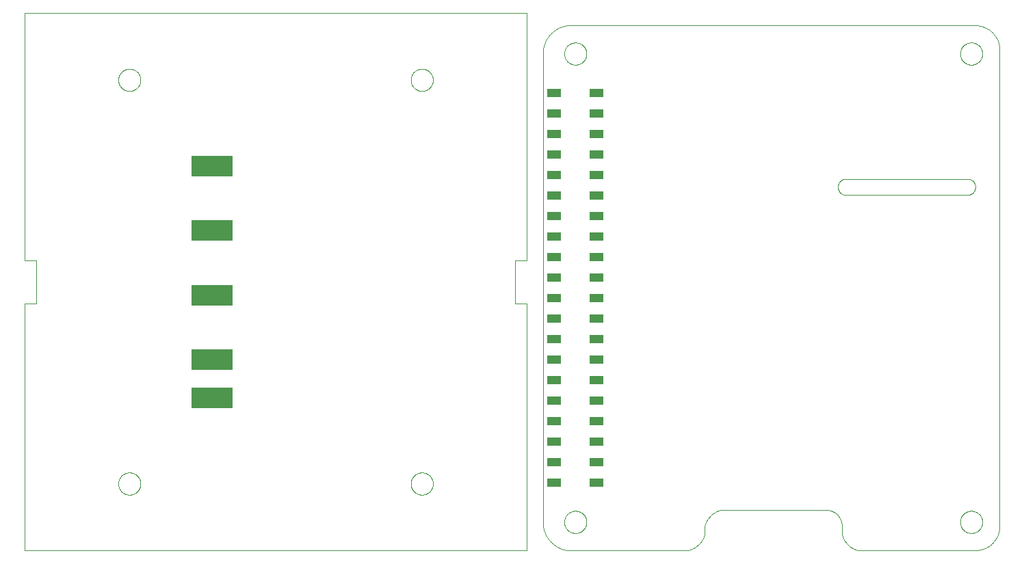
<source format=gbp>
G75*
%MOIN*%
%OFA0B0*%
%FSLAX25Y25*%
%IPPOS*%
%LPD*%
%AMOC8*
5,1,8,0,0,1.08239X$1,22.5*
%
%ADD10C,0.00000*%
%ADD11R,0.20000X0.10000*%
%ADD12R,0.07087X0.03937*%
D10*
X0001000Y0033905D02*
X0245882Y0033905D01*
X0245882Y0154378D01*
X0239976Y0154378D01*
X0239976Y0175244D01*
X0245882Y0175244D01*
X0245882Y0295716D01*
X0001000Y0295716D01*
X0001000Y0175244D01*
X0006906Y0175244D01*
X0006906Y0154378D01*
X0001000Y0154378D01*
X0001000Y0033905D01*
X0046768Y0066386D02*
X0046770Y0066533D01*
X0046776Y0066679D01*
X0046786Y0066825D01*
X0046800Y0066971D01*
X0046818Y0067117D01*
X0046839Y0067262D01*
X0046865Y0067406D01*
X0046895Y0067550D01*
X0046928Y0067692D01*
X0046965Y0067834D01*
X0047006Y0067975D01*
X0047051Y0068114D01*
X0047100Y0068253D01*
X0047152Y0068390D01*
X0047209Y0068525D01*
X0047268Y0068659D01*
X0047332Y0068791D01*
X0047399Y0068921D01*
X0047469Y0069050D01*
X0047543Y0069177D01*
X0047620Y0069301D01*
X0047701Y0069424D01*
X0047785Y0069544D01*
X0047872Y0069662D01*
X0047962Y0069777D01*
X0048055Y0069890D01*
X0048152Y0070001D01*
X0048251Y0070109D01*
X0048353Y0070214D01*
X0048458Y0070316D01*
X0048566Y0070415D01*
X0048677Y0070512D01*
X0048790Y0070605D01*
X0048905Y0070695D01*
X0049023Y0070782D01*
X0049143Y0070866D01*
X0049266Y0070947D01*
X0049390Y0071024D01*
X0049517Y0071098D01*
X0049646Y0071168D01*
X0049776Y0071235D01*
X0049908Y0071299D01*
X0050042Y0071358D01*
X0050177Y0071415D01*
X0050314Y0071467D01*
X0050453Y0071516D01*
X0050592Y0071561D01*
X0050733Y0071602D01*
X0050875Y0071639D01*
X0051017Y0071672D01*
X0051161Y0071702D01*
X0051305Y0071728D01*
X0051450Y0071749D01*
X0051596Y0071767D01*
X0051742Y0071781D01*
X0051888Y0071791D01*
X0052034Y0071797D01*
X0052181Y0071799D01*
X0052328Y0071797D01*
X0052474Y0071791D01*
X0052620Y0071781D01*
X0052766Y0071767D01*
X0052912Y0071749D01*
X0053057Y0071728D01*
X0053201Y0071702D01*
X0053345Y0071672D01*
X0053487Y0071639D01*
X0053629Y0071602D01*
X0053770Y0071561D01*
X0053909Y0071516D01*
X0054048Y0071467D01*
X0054185Y0071415D01*
X0054320Y0071358D01*
X0054454Y0071299D01*
X0054586Y0071235D01*
X0054716Y0071168D01*
X0054845Y0071098D01*
X0054972Y0071024D01*
X0055096Y0070947D01*
X0055219Y0070866D01*
X0055339Y0070782D01*
X0055457Y0070695D01*
X0055572Y0070605D01*
X0055685Y0070512D01*
X0055796Y0070415D01*
X0055904Y0070316D01*
X0056009Y0070214D01*
X0056111Y0070109D01*
X0056210Y0070001D01*
X0056307Y0069890D01*
X0056400Y0069777D01*
X0056490Y0069662D01*
X0056577Y0069544D01*
X0056661Y0069424D01*
X0056742Y0069301D01*
X0056819Y0069177D01*
X0056893Y0069050D01*
X0056963Y0068921D01*
X0057030Y0068791D01*
X0057094Y0068659D01*
X0057153Y0068525D01*
X0057210Y0068390D01*
X0057262Y0068253D01*
X0057311Y0068114D01*
X0057356Y0067975D01*
X0057397Y0067834D01*
X0057434Y0067692D01*
X0057467Y0067550D01*
X0057497Y0067406D01*
X0057523Y0067262D01*
X0057544Y0067117D01*
X0057562Y0066971D01*
X0057576Y0066825D01*
X0057586Y0066679D01*
X0057592Y0066533D01*
X0057594Y0066386D01*
X0057592Y0066239D01*
X0057586Y0066093D01*
X0057576Y0065947D01*
X0057562Y0065801D01*
X0057544Y0065655D01*
X0057523Y0065510D01*
X0057497Y0065366D01*
X0057467Y0065222D01*
X0057434Y0065080D01*
X0057397Y0064938D01*
X0057356Y0064797D01*
X0057311Y0064658D01*
X0057262Y0064519D01*
X0057210Y0064382D01*
X0057153Y0064247D01*
X0057094Y0064113D01*
X0057030Y0063981D01*
X0056963Y0063851D01*
X0056893Y0063722D01*
X0056819Y0063595D01*
X0056742Y0063471D01*
X0056661Y0063348D01*
X0056577Y0063228D01*
X0056490Y0063110D01*
X0056400Y0062995D01*
X0056307Y0062882D01*
X0056210Y0062771D01*
X0056111Y0062663D01*
X0056009Y0062558D01*
X0055904Y0062456D01*
X0055796Y0062357D01*
X0055685Y0062260D01*
X0055572Y0062167D01*
X0055457Y0062077D01*
X0055339Y0061990D01*
X0055219Y0061906D01*
X0055096Y0061825D01*
X0054972Y0061748D01*
X0054845Y0061674D01*
X0054716Y0061604D01*
X0054586Y0061537D01*
X0054454Y0061473D01*
X0054320Y0061414D01*
X0054185Y0061357D01*
X0054048Y0061305D01*
X0053909Y0061256D01*
X0053770Y0061211D01*
X0053629Y0061170D01*
X0053487Y0061133D01*
X0053345Y0061100D01*
X0053201Y0061070D01*
X0053057Y0061044D01*
X0052912Y0061023D01*
X0052766Y0061005D01*
X0052620Y0060991D01*
X0052474Y0060981D01*
X0052328Y0060975D01*
X0052181Y0060973D01*
X0052034Y0060975D01*
X0051888Y0060981D01*
X0051742Y0060991D01*
X0051596Y0061005D01*
X0051450Y0061023D01*
X0051305Y0061044D01*
X0051161Y0061070D01*
X0051017Y0061100D01*
X0050875Y0061133D01*
X0050733Y0061170D01*
X0050592Y0061211D01*
X0050453Y0061256D01*
X0050314Y0061305D01*
X0050177Y0061357D01*
X0050042Y0061414D01*
X0049908Y0061473D01*
X0049776Y0061537D01*
X0049646Y0061604D01*
X0049517Y0061674D01*
X0049390Y0061748D01*
X0049266Y0061825D01*
X0049143Y0061906D01*
X0049023Y0061990D01*
X0048905Y0062077D01*
X0048790Y0062167D01*
X0048677Y0062260D01*
X0048566Y0062357D01*
X0048458Y0062456D01*
X0048353Y0062558D01*
X0048251Y0062663D01*
X0048152Y0062771D01*
X0048055Y0062882D01*
X0047962Y0062995D01*
X0047872Y0063110D01*
X0047785Y0063228D01*
X0047701Y0063348D01*
X0047620Y0063471D01*
X0047543Y0063595D01*
X0047469Y0063722D01*
X0047399Y0063851D01*
X0047332Y0063981D01*
X0047268Y0064113D01*
X0047209Y0064247D01*
X0047152Y0064382D01*
X0047100Y0064519D01*
X0047051Y0064658D01*
X0047006Y0064797D01*
X0046965Y0064938D01*
X0046928Y0065080D01*
X0046895Y0065222D01*
X0046865Y0065366D01*
X0046839Y0065510D01*
X0046818Y0065655D01*
X0046800Y0065801D01*
X0046786Y0065947D01*
X0046776Y0066093D01*
X0046770Y0066239D01*
X0046768Y0066386D01*
X0189288Y0066386D02*
X0189290Y0066533D01*
X0189296Y0066679D01*
X0189306Y0066825D01*
X0189320Y0066971D01*
X0189338Y0067117D01*
X0189359Y0067262D01*
X0189385Y0067406D01*
X0189415Y0067550D01*
X0189448Y0067692D01*
X0189485Y0067834D01*
X0189526Y0067975D01*
X0189571Y0068114D01*
X0189620Y0068253D01*
X0189672Y0068390D01*
X0189729Y0068525D01*
X0189788Y0068659D01*
X0189852Y0068791D01*
X0189919Y0068921D01*
X0189989Y0069050D01*
X0190063Y0069177D01*
X0190140Y0069301D01*
X0190221Y0069424D01*
X0190305Y0069544D01*
X0190392Y0069662D01*
X0190482Y0069777D01*
X0190575Y0069890D01*
X0190672Y0070001D01*
X0190771Y0070109D01*
X0190873Y0070214D01*
X0190978Y0070316D01*
X0191086Y0070415D01*
X0191197Y0070512D01*
X0191310Y0070605D01*
X0191425Y0070695D01*
X0191543Y0070782D01*
X0191663Y0070866D01*
X0191786Y0070947D01*
X0191910Y0071024D01*
X0192037Y0071098D01*
X0192166Y0071168D01*
X0192296Y0071235D01*
X0192428Y0071299D01*
X0192562Y0071358D01*
X0192697Y0071415D01*
X0192834Y0071467D01*
X0192973Y0071516D01*
X0193112Y0071561D01*
X0193253Y0071602D01*
X0193395Y0071639D01*
X0193537Y0071672D01*
X0193681Y0071702D01*
X0193825Y0071728D01*
X0193970Y0071749D01*
X0194116Y0071767D01*
X0194262Y0071781D01*
X0194408Y0071791D01*
X0194554Y0071797D01*
X0194701Y0071799D01*
X0194848Y0071797D01*
X0194994Y0071791D01*
X0195140Y0071781D01*
X0195286Y0071767D01*
X0195432Y0071749D01*
X0195577Y0071728D01*
X0195721Y0071702D01*
X0195865Y0071672D01*
X0196007Y0071639D01*
X0196149Y0071602D01*
X0196290Y0071561D01*
X0196429Y0071516D01*
X0196568Y0071467D01*
X0196705Y0071415D01*
X0196840Y0071358D01*
X0196974Y0071299D01*
X0197106Y0071235D01*
X0197236Y0071168D01*
X0197365Y0071098D01*
X0197492Y0071024D01*
X0197616Y0070947D01*
X0197739Y0070866D01*
X0197859Y0070782D01*
X0197977Y0070695D01*
X0198092Y0070605D01*
X0198205Y0070512D01*
X0198316Y0070415D01*
X0198424Y0070316D01*
X0198529Y0070214D01*
X0198631Y0070109D01*
X0198730Y0070001D01*
X0198827Y0069890D01*
X0198920Y0069777D01*
X0199010Y0069662D01*
X0199097Y0069544D01*
X0199181Y0069424D01*
X0199262Y0069301D01*
X0199339Y0069177D01*
X0199413Y0069050D01*
X0199483Y0068921D01*
X0199550Y0068791D01*
X0199614Y0068659D01*
X0199673Y0068525D01*
X0199730Y0068390D01*
X0199782Y0068253D01*
X0199831Y0068114D01*
X0199876Y0067975D01*
X0199917Y0067834D01*
X0199954Y0067692D01*
X0199987Y0067550D01*
X0200017Y0067406D01*
X0200043Y0067262D01*
X0200064Y0067117D01*
X0200082Y0066971D01*
X0200096Y0066825D01*
X0200106Y0066679D01*
X0200112Y0066533D01*
X0200114Y0066386D01*
X0200112Y0066239D01*
X0200106Y0066093D01*
X0200096Y0065947D01*
X0200082Y0065801D01*
X0200064Y0065655D01*
X0200043Y0065510D01*
X0200017Y0065366D01*
X0199987Y0065222D01*
X0199954Y0065080D01*
X0199917Y0064938D01*
X0199876Y0064797D01*
X0199831Y0064658D01*
X0199782Y0064519D01*
X0199730Y0064382D01*
X0199673Y0064247D01*
X0199614Y0064113D01*
X0199550Y0063981D01*
X0199483Y0063851D01*
X0199413Y0063722D01*
X0199339Y0063595D01*
X0199262Y0063471D01*
X0199181Y0063348D01*
X0199097Y0063228D01*
X0199010Y0063110D01*
X0198920Y0062995D01*
X0198827Y0062882D01*
X0198730Y0062771D01*
X0198631Y0062663D01*
X0198529Y0062558D01*
X0198424Y0062456D01*
X0198316Y0062357D01*
X0198205Y0062260D01*
X0198092Y0062167D01*
X0197977Y0062077D01*
X0197859Y0061990D01*
X0197739Y0061906D01*
X0197616Y0061825D01*
X0197492Y0061748D01*
X0197365Y0061674D01*
X0197236Y0061604D01*
X0197106Y0061537D01*
X0196974Y0061473D01*
X0196840Y0061414D01*
X0196705Y0061357D01*
X0196568Y0061305D01*
X0196429Y0061256D01*
X0196290Y0061211D01*
X0196149Y0061170D01*
X0196007Y0061133D01*
X0195865Y0061100D01*
X0195721Y0061070D01*
X0195577Y0061044D01*
X0195432Y0061023D01*
X0195286Y0061005D01*
X0195140Y0060991D01*
X0194994Y0060981D01*
X0194848Y0060975D01*
X0194701Y0060973D01*
X0194554Y0060975D01*
X0194408Y0060981D01*
X0194262Y0060991D01*
X0194116Y0061005D01*
X0193970Y0061023D01*
X0193825Y0061044D01*
X0193681Y0061070D01*
X0193537Y0061100D01*
X0193395Y0061133D01*
X0193253Y0061170D01*
X0193112Y0061211D01*
X0192973Y0061256D01*
X0192834Y0061305D01*
X0192697Y0061357D01*
X0192562Y0061414D01*
X0192428Y0061473D01*
X0192296Y0061537D01*
X0192166Y0061604D01*
X0192037Y0061674D01*
X0191910Y0061748D01*
X0191786Y0061825D01*
X0191663Y0061906D01*
X0191543Y0061990D01*
X0191425Y0062077D01*
X0191310Y0062167D01*
X0191197Y0062260D01*
X0191086Y0062357D01*
X0190978Y0062456D01*
X0190873Y0062558D01*
X0190771Y0062663D01*
X0190672Y0062771D01*
X0190575Y0062882D01*
X0190482Y0062995D01*
X0190392Y0063110D01*
X0190305Y0063228D01*
X0190221Y0063348D01*
X0190140Y0063471D01*
X0190063Y0063595D01*
X0189989Y0063722D01*
X0189919Y0063851D01*
X0189852Y0063981D01*
X0189788Y0064113D01*
X0189729Y0064247D01*
X0189672Y0064382D01*
X0189620Y0064519D01*
X0189571Y0064658D01*
X0189526Y0064797D01*
X0189485Y0064938D01*
X0189448Y0065080D01*
X0189415Y0065222D01*
X0189385Y0065366D01*
X0189359Y0065510D01*
X0189338Y0065655D01*
X0189320Y0065801D01*
X0189306Y0065947D01*
X0189296Y0066093D01*
X0189290Y0066239D01*
X0189288Y0066386D01*
X0253756Y0045716D02*
X0253756Y0278000D01*
X0253756Y0277999D02*
X0253808Y0278337D01*
X0253869Y0278673D01*
X0253938Y0279008D01*
X0254015Y0279341D01*
X0254100Y0279671D01*
X0254194Y0280000D01*
X0254295Y0280326D01*
X0254405Y0280650D01*
X0254522Y0280971D01*
X0254647Y0281289D01*
X0254780Y0281603D01*
X0254921Y0281915D01*
X0255069Y0282222D01*
X0255225Y0282526D01*
X0255388Y0282827D01*
X0255558Y0283123D01*
X0255736Y0283414D01*
X0255920Y0283702D01*
X0256112Y0283985D01*
X0256311Y0284262D01*
X0256516Y0284535D01*
X0256728Y0284803D01*
X0256947Y0285066D01*
X0257172Y0285323D01*
X0257403Y0285574D01*
X0257640Y0285820D01*
X0257883Y0286060D01*
X0258132Y0286294D01*
X0258387Y0286522D01*
X0258647Y0286743D01*
X0258913Y0286958D01*
X0259184Y0287166D01*
X0259459Y0287368D01*
X0259740Y0287563D01*
X0260025Y0287750D01*
X0260315Y0287931D01*
X0260609Y0288105D01*
X0260908Y0288271D01*
X0261210Y0288430D01*
X0261516Y0288582D01*
X0261826Y0288725D01*
X0262140Y0288862D01*
X0262456Y0288990D01*
X0262776Y0289111D01*
X0263098Y0289224D01*
X0263423Y0289329D01*
X0263751Y0289426D01*
X0264081Y0289515D01*
X0264413Y0289595D01*
X0264746Y0289668D01*
X0265082Y0289732D01*
X0265419Y0289788D01*
X0265757Y0289836D01*
X0266096Y0289875D01*
X0266437Y0289907D01*
X0266777Y0289929D01*
X0267119Y0289944D01*
X0267460Y0289950D01*
X0267802Y0289947D01*
X0268143Y0289937D01*
X0268484Y0289918D01*
X0268825Y0289890D01*
X0269165Y0289854D01*
X0269503Y0289810D01*
X0269504Y0289811D02*
X0464386Y0289811D01*
X0464671Y0289808D01*
X0464957Y0289797D01*
X0465242Y0289780D01*
X0465526Y0289756D01*
X0465810Y0289725D01*
X0466093Y0289687D01*
X0466374Y0289642D01*
X0466655Y0289591D01*
X0466935Y0289533D01*
X0467213Y0289468D01*
X0467489Y0289396D01*
X0467763Y0289318D01*
X0468036Y0289233D01*
X0468306Y0289141D01*
X0468574Y0289043D01*
X0468840Y0288939D01*
X0469103Y0288828D01*
X0469363Y0288711D01*
X0469621Y0288588D01*
X0469875Y0288458D01*
X0470126Y0288322D01*
X0470374Y0288181D01*
X0470618Y0288033D01*
X0470859Y0287880D01*
X0471095Y0287720D01*
X0471328Y0287555D01*
X0471557Y0287385D01*
X0471782Y0287209D01*
X0472002Y0287027D01*
X0472218Y0286841D01*
X0472429Y0286649D01*
X0472636Y0286452D01*
X0472838Y0286250D01*
X0473035Y0286043D01*
X0473227Y0285832D01*
X0473413Y0285616D01*
X0473595Y0285396D01*
X0473771Y0285171D01*
X0473941Y0284942D01*
X0474106Y0284709D01*
X0474266Y0284473D01*
X0474419Y0284232D01*
X0474567Y0283988D01*
X0474708Y0283740D01*
X0474844Y0283489D01*
X0474974Y0283235D01*
X0475097Y0282977D01*
X0475214Y0282717D01*
X0475325Y0282454D01*
X0475429Y0282188D01*
X0475527Y0281920D01*
X0475619Y0281650D01*
X0475704Y0281377D01*
X0475782Y0281103D01*
X0475854Y0280827D01*
X0475919Y0280549D01*
X0475977Y0280269D01*
X0476028Y0279988D01*
X0476073Y0279707D01*
X0476111Y0279424D01*
X0476142Y0279140D01*
X0476166Y0278856D01*
X0476183Y0278571D01*
X0476194Y0278285D01*
X0476197Y0278000D01*
X0476197Y0045716D01*
X0476194Y0045431D01*
X0476183Y0045145D01*
X0476166Y0044860D01*
X0476142Y0044576D01*
X0476111Y0044292D01*
X0476073Y0044009D01*
X0476028Y0043728D01*
X0475977Y0043447D01*
X0475919Y0043167D01*
X0475854Y0042889D01*
X0475782Y0042613D01*
X0475704Y0042339D01*
X0475619Y0042066D01*
X0475527Y0041796D01*
X0475429Y0041528D01*
X0475325Y0041262D01*
X0475214Y0040999D01*
X0475097Y0040739D01*
X0474974Y0040481D01*
X0474844Y0040227D01*
X0474708Y0039976D01*
X0474567Y0039728D01*
X0474419Y0039484D01*
X0474266Y0039243D01*
X0474106Y0039007D01*
X0473941Y0038774D01*
X0473771Y0038545D01*
X0473595Y0038320D01*
X0473413Y0038100D01*
X0473227Y0037884D01*
X0473035Y0037673D01*
X0472838Y0037466D01*
X0472636Y0037264D01*
X0472429Y0037067D01*
X0472218Y0036875D01*
X0472002Y0036689D01*
X0471782Y0036507D01*
X0471557Y0036331D01*
X0471328Y0036161D01*
X0471095Y0035996D01*
X0470859Y0035836D01*
X0470618Y0035683D01*
X0470374Y0035535D01*
X0470126Y0035394D01*
X0469875Y0035258D01*
X0469621Y0035128D01*
X0469363Y0035005D01*
X0469103Y0034888D01*
X0468840Y0034777D01*
X0468574Y0034673D01*
X0468306Y0034575D01*
X0468036Y0034483D01*
X0467763Y0034398D01*
X0467489Y0034320D01*
X0467213Y0034248D01*
X0466935Y0034183D01*
X0466655Y0034125D01*
X0466374Y0034074D01*
X0466093Y0034029D01*
X0465810Y0033991D01*
X0465526Y0033960D01*
X0465242Y0033936D01*
X0464957Y0033919D01*
X0464671Y0033908D01*
X0464386Y0033905D01*
X0407299Y0033905D01*
X0407056Y0033962D01*
X0406814Y0034025D01*
X0406573Y0034094D01*
X0406335Y0034169D01*
X0406098Y0034250D01*
X0405863Y0034336D01*
X0405631Y0034428D01*
X0405400Y0034525D01*
X0405172Y0034628D01*
X0404947Y0034736D01*
X0404724Y0034850D01*
X0404504Y0034969D01*
X0404287Y0035093D01*
X0404073Y0035223D01*
X0403863Y0035358D01*
X0403655Y0035497D01*
X0403451Y0035642D01*
X0403251Y0035791D01*
X0403054Y0035946D01*
X0402861Y0036105D01*
X0402672Y0036268D01*
X0402487Y0036436D01*
X0402306Y0036609D01*
X0402129Y0036786D01*
X0401956Y0036967D01*
X0401788Y0037152D01*
X0401625Y0037341D01*
X0401466Y0037534D01*
X0401311Y0037731D01*
X0401162Y0037931D01*
X0401017Y0038135D01*
X0400878Y0038343D01*
X0400743Y0038553D01*
X0400613Y0038767D01*
X0400489Y0038984D01*
X0400370Y0039204D01*
X0400256Y0039427D01*
X0400148Y0039652D01*
X0400045Y0039880D01*
X0399948Y0040111D01*
X0399856Y0040343D01*
X0399770Y0040578D01*
X0399689Y0040815D01*
X0399614Y0041053D01*
X0399545Y0041294D01*
X0399482Y0041536D01*
X0399425Y0041779D01*
X0399425Y0045716D01*
X0399423Y0045906D01*
X0399416Y0046096D01*
X0399404Y0046286D01*
X0399388Y0046476D01*
X0399368Y0046665D01*
X0399342Y0046854D01*
X0399313Y0047042D01*
X0399278Y0047229D01*
X0399239Y0047415D01*
X0399196Y0047600D01*
X0399148Y0047785D01*
X0399096Y0047968D01*
X0399040Y0048149D01*
X0398979Y0048329D01*
X0398913Y0048508D01*
X0398844Y0048685D01*
X0398770Y0048861D01*
X0398692Y0049034D01*
X0398609Y0049206D01*
X0398523Y0049375D01*
X0398433Y0049543D01*
X0398338Y0049708D01*
X0398240Y0049871D01*
X0398137Y0050031D01*
X0398031Y0050189D01*
X0397921Y0050344D01*
X0397808Y0050497D01*
X0397690Y0050647D01*
X0397569Y0050793D01*
X0397445Y0050937D01*
X0397317Y0051078D01*
X0397186Y0051216D01*
X0397051Y0051351D01*
X0396913Y0051482D01*
X0396772Y0051610D01*
X0396628Y0051734D01*
X0396482Y0051855D01*
X0396332Y0051973D01*
X0396179Y0052086D01*
X0396024Y0052196D01*
X0395866Y0052302D01*
X0395706Y0052405D01*
X0395543Y0052503D01*
X0395378Y0052598D01*
X0395210Y0052688D01*
X0395041Y0052774D01*
X0394869Y0052857D01*
X0394696Y0052935D01*
X0394520Y0053009D01*
X0394343Y0053078D01*
X0394164Y0053144D01*
X0393984Y0053205D01*
X0393803Y0053261D01*
X0393620Y0053313D01*
X0393435Y0053361D01*
X0393250Y0053404D01*
X0393064Y0053443D01*
X0392877Y0053478D01*
X0392689Y0053507D01*
X0392500Y0053533D01*
X0392311Y0053553D01*
X0392121Y0053569D01*
X0391931Y0053581D01*
X0391741Y0053588D01*
X0391551Y0053590D01*
X0340370Y0053590D01*
X0332496Y0045716D02*
X0332496Y0041779D01*
X0332496Y0045717D02*
X0332565Y0045973D01*
X0332641Y0046228D01*
X0332722Y0046480D01*
X0332810Y0046731D01*
X0332903Y0046979D01*
X0333003Y0047226D01*
X0333109Y0047469D01*
X0333220Y0047710D01*
X0333338Y0047948D01*
X0333461Y0048184D01*
X0333589Y0048416D01*
X0333724Y0048645D01*
X0333864Y0048870D01*
X0334009Y0049093D01*
X0334160Y0049311D01*
X0334316Y0049526D01*
X0334477Y0049737D01*
X0334643Y0049944D01*
X0334814Y0050147D01*
X0334990Y0050346D01*
X0335171Y0050541D01*
X0335356Y0050731D01*
X0335546Y0050916D01*
X0335741Y0051097D01*
X0335940Y0051273D01*
X0336143Y0051444D01*
X0336350Y0051610D01*
X0336561Y0051771D01*
X0336776Y0051927D01*
X0336994Y0052078D01*
X0337217Y0052223D01*
X0337442Y0052363D01*
X0337671Y0052498D01*
X0337903Y0052626D01*
X0338139Y0052749D01*
X0338377Y0052867D01*
X0338618Y0052978D01*
X0338861Y0053084D01*
X0339108Y0053184D01*
X0339356Y0053277D01*
X0339607Y0053365D01*
X0339859Y0053446D01*
X0340114Y0053522D01*
X0340370Y0053591D01*
X0332496Y0041779D02*
X0332427Y0041523D01*
X0332351Y0041268D01*
X0332270Y0041016D01*
X0332182Y0040765D01*
X0332089Y0040517D01*
X0331989Y0040270D01*
X0331883Y0040027D01*
X0331772Y0039786D01*
X0331654Y0039548D01*
X0331531Y0039312D01*
X0331403Y0039080D01*
X0331268Y0038851D01*
X0331128Y0038626D01*
X0330983Y0038403D01*
X0330832Y0038185D01*
X0330676Y0037970D01*
X0330515Y0037759D01*
X0330349Y0037552D01*
X0330178Y0037349D01*
X0330002Y0037150D01*
X0329821Y0036955D01*
X0329636Y0036765D01*
X0329446Y0036580D01*
X0329251Y0036399D01*
X0329052Y0036223D01*
X0328849Y0036052D01*
X0328642Y0035886D01*
X0328431Y0035725D01*
X0328216Y0035569D01*
X0327998Y0035418D01*
X0327775Y0035273D01*
X0327550Y0035133D01*
X0327321Y0034998D01*
X0327089Y0034870D01*
X0326853Y0034747D01*
X0326615Y0034629D01*
X0326374Y0034518D01*
X0326131Y0034412D01*
X0325884Y0034312D01*
X0325636Y0034219D01*
X0325385Y0034131D01*
X0325133Y0034050D01*
X0324878Y0033974D01*
X0324622Y0033905D01*
X0269504Y0033905D01*
X0264091Y0047685D02*
X0264093Y0047832D01*
X0264099Y0047978D01*
X0264109Y0048124D01*
X0264123Y0048270D01*
X0264141Y0048416D01*
X0264162Y0048561D01*
X0264188Y0048705D01*
X0264218Y0048849D01*
X0264251Y0048991D01*
X0264288Y0049133D01*
X0264329Y0049274D01*
X0264374Y0049413D01*
X0264423Y0049552D01*
X0264475Y0049689D01*
X0264532Y0049824D01*
X0264591Y0049958D01*
X0264655Y0050090D01*
X0264722Y0050220D01*
X0264792Y0050349D01*
X0264866Y0050476D01*
X0264943Y0050600D01*
X0265024Y0050723D01*
X0265108Y0050843D01*
X0265195Y0050961D01*
X0265285Y0051076D01*
X0265378Y0051189D01*
X0265475Y0051300D01*
X0265574Y0051408D01*
X0265676Y0051513D01*
X0265781Y0051615D01*
X0265889Y0051714D01*
X0266000Y0051811D01*
X0266113Y0051904D01*
X0266228Y0051994D01*
X0266346Y0052081D01*
X0266466Y0052165D01*
X0266589Y0052246D01*
X0266713Y0052323D01*
X0266840Y0052397D01*
X0266969Y0052467D01*
X0267099Y0052534D01*
X0267231Y0052598D01*
X0267365Y0052657D01*
X0267500Y0052714D01*
X0267637Y0052766D01*
X0267776Y0052815D01*
X0267915Y0052860D01*
X0268056Y0052901D01*
X0268198Y0052938D01*
X0268340Y0052971D01*
X0268484Y0053001D01*
X0268628Y0053027D01*
X0268773Y0053048D01*
X0268919Y0053066D01*
X0269065Y0053080D01*
X0269211Y0053090D01*
X0269357Y0053096D01*
X0269504Y0053098D01*
X0269651Y0053096D01*
X0269797Y0053090D01*
X0269943Y0053080D01*
X0270089Y0053066D01*
X0270235Y0053048D01*
X0270380Y0053027D01*
X0270524Y0053001D01*
X0270668Y0052971D01*
X0270810Y0052938D01*
X0270952Y0052901D01*
X0271093Y0052860D01*
X0271232Y0052815D01*
X0271371Y0052766D01*
X0271508Y0052714D01*
X0271643Y0052657D01*
X0271777Y0052598D01*
X0271909Y0052534D01*
X0272039Y0052467D01*
X0272168Y0052397D01*
X0272295Y0052323D01*
X0272419Y0052246D01*
X0272542Y0052165D01*
X0272662Y0052081D01*
X0272780Y0051994D01*
X0272895Y0051904D01*
X0273008Y0051811D01*
X0273119Y0051714D01*
X0273227Y0051615D01*
X0273332Y0051513D01*
X0273434Y0051408D01*
X0273533Y0051300D01*
X0273630Y0051189D01*
X0273723Y0051076D01*
X0273813Y0050961D01*
X0273900Y0050843D01*
X0273984Y0050723D01*
X0274065Y0050600D01*
X0274142Y0050476D01*
X0274216Y0050349D01*
X0274286Y0050220D01*
X0274353Y0050090D01*
X0274417Y0049958D01*
X0274476Y0049824D01*
X0274533Y0049689D01*
X0274585Y0049552D01*
X0274634Y0049413D01*
X0274679Y0049274D01*
X0274720Y0049133D01*
X0274757Y0048991D01*
X0274790Y0048849D01*
X0274820Y0048705D01*
X0274846Y0048561D01*
X0274867Y0048416D01*
X0274885Y0048270D01*
X0274899Y0048124D01*
X0274909Y0047978D01*
X0274915Y0047832D01*
X0274917Y0047685D01*
X0274915Y0047538D01*
X0274909Y0047392D01*
X0274899Y0047246D01*
X0274885Y0047100D01*
X0274867Y0046954D01*
X0274846Y0046809D01*
X0274820Y0046665D01*
X0274790Y0046521D01*
X0274757Y0046379D01*
X0274720Y0046237D01*
X0274679Y0046096D01*
X0274634Y0045957D01*
X0274585Y0045818D01*
X0274533Y0045681D01*
X0274476Y0045546D01*
X0274417Y0045412D01*
X0274353Y0045280D01*
X0274286Y0045150D01*
X0274216Y0045021D01*
X0274142Y0044894D01*
X0274065Y0044770D01*
X0273984Y0044647D01*
X0273900Y0044527D01*
X0273813Y0044409D01*
X0273723Y0044294D01*
X0273630Y0044181D01*
X0273533Y0044070D01*
X0273434Y0043962D01*
X0273332Y0043857D01*
X0273227Y0043755D01*
X0273119Y0043656D01*
X0273008Y0043559D01*
X0272895Y0043466D01*
X0272780Y0043376D01*
X0272662Y0043289D01*
X0272542Y0043205D01*
X0272419Y0043124D01*
X0272295Y0043047D01*
X0272168Y0042973D01*
X0272039Y0042903D01*
X0271909Y0042836D01*
X0271777Y0042772D01*
X0271643Y0042713D01*
X0271508Y0042656D01*
X0271371Y0042604D01*
X0271232Y0042555D01*
X0271093Y0042510D01*
X0270952Y0042469D01*
X0270810Y0042432D01*
X0270668Y0042399D01*
X0270524Y0042369D01*
X0270380Y0042343D01*
X0270235Y0042322D01*
X0270089Y0042304D01*
X0269943Y0042290D01*
X0269797Y0042280D01*
X0269651Y0042274D01*
X0269504Y0042272D01*
X0269357Y0042274D01*
X0269211Y0042280D01*
X0269065Y0042290D01*
X0268919Y0042304D01*
X0268773Y0042322D01*
X0268628Y0042343D01*
X0268484Y0042369D01*
X0268340Y0042399D01*
X0268198Y0042432D01*
X0268056Y0042469D01*
X0267915Y0042510D01*
X0267776Y0042555D01*
X0267637Y0042604D01*
X0267500Y0042656D01*
X0267365Y0042713D01*
X0267231Y0042772D01*
X0267099Y0042836D01*
X0266969Y0042903D01*
X0266840Y0042973D01*
X0266713Y0043047D01*
X0266589Y0043124D01*
X0266466Y0043205D01*
X0266346Y0043289D01*
X0266228Y0043376D01*
X0266113Y0043466D01*
X0266000Y0043559D01*
X0265889Y0043656D01*
X0265781Y0043755D01*
X0265676Y0043857D01*
X0265574Y0043962D01*
X0265475Y0044070D01*
X0265378Y0044181D01*
X0265285Y0044294D01*
X0265195Y0044409D01*
X0265108Y0044527D01*
X0265024Y0044647D01*
X0264943Y0044770D01*
X0264866Y0044894D01*
X0264792Y0045021D01*
X0264722Y0045150D01*
X0264655Y0045280D01*
X0264591Y0045412D01*
X0264532Y0045546D01*
X0264475Y0045681D01*
X0264423Y0045818D01*
X0264374Y0045957D01*
X0264329Y0046096D01*
X0264288Y0046237D01*
X0264251Y0046379D01*
X0264218Y0046521D01*
X0264188Y0046665D01*
X0264162Y0046809D01*
X0264141Y0046954D01*
X0264123Y0047100D01*
X0264109Y0047246D01*
X0264099Y0047392D01*
X0264093Y0047538D01*
X0264091Y0047685D01*
X0253756Y0045717D02*
X0253807Y0045384D01*
X0253867Y0045053D01*
X0253935Y0044724D01*
X0254010Y0044396D01*
X0254094Y0044070D01*
X0254185Y0043746D01*
X0254284Y0043425D01*
X0254391Y0043106D01*
X0254505Y0042790D01*
X0254627Y0042476D01*
X0254757Y0042166D01*
X0254894Y0041859D01*
X0255039Y0041555D01*
X0255190Y0041255D01*
X0255349Y0040958D01*
X0255515Y0040666D01*
X0255689Y0040377D01*
X0255869Y0040093D01*
X0256055Y0039814D01*
X0256249Y0039539D01*
X0256449Y0039268D01*
X0256656Y0039003D01*
X0256869Y0038742D01*
X0257088Y0038487D01*
X0257313Y0038238D01*
X0257544Y0037993D01*
X0257782Y0037755D01*
X0258024Y0037522D01*
X0258273Y0037295D01*
X0258527Y0037074D01*
X0258786Y0036860D01*
X0259050Y0036652D01*
X0259319Y0036450D01*
X0259593Y0036254D01*
X0259871Y0036066D01*
X0260154Y0035884D01*
X0260441Y0035709D01*
X0260733Y0035541D01*
X0261028Y0035380D01*
X0261328Y0035227D01*
X0261630Y0035080D01*
X0261937Y0034941D01*
X0262246Y0034810D01*
X0262559Y0034686D01*
X0262875Y0034569D01*
X0263193Y0034461D01*
X0263514Y0034360D01*
X0263837Y0034266D01*
X0264162Y0034181D01*
X0264489Y0034103D01*
X0264818Y0034034D01*
X0265149Y0033972D01*
X0265481Y0033918D01*
X0265814Y0033873D01*
X0266149Y0033835D01*
X0266484Y0033806D01*
X0266819Y0033784D01*
X0267156Y0033771D01*
X0267492Y0033766D01*
X0267828Y0033769D01*
X0268164Y0033780D01*
X0268500Y0033800D01*
X0268835Y0033827D01*
X0269170Y0033862D01*
X0269503Y0033906D01*
X0457004Y0047685D02*
X0457006Y0047832D01*
X0457012Y0047978D01*
X0457022Y0048124D01*
X0457036Y0048270D01*
X0457054Y0048416D01*
X0457075Y0048561D01*
X0457101Y0048705D01*
X0457131Y0048849D01*
X0457164Y0048991D01*
X0457201Y0049133D01*
X0457242Y0049274D01*
X0457287Y0049413D01*
X0457336Y0049552D01*
X0457388Y0049689D01*
X0457445Y0049824D01*
X0457504Y0049958D01*
X0457568Y0050090D01*
X0457635Y0050220D01*
X0457705Y0050349D01*
X0457779Y0050476D01*
X0457856Y0050600D01*
X0457937Y0050723D01*
X0458021Y0050843D01*
X0458108Y0050961D01*
X0458198Y0051076D01*
X0458291Y0051189D01*
X0458388Y0051300D01*
X0458487Y0051408D01*
X0458589Y0051513D01*
X0458694Y0051615D01*
X0458802Y0051714D01*
X0458913Y0051811D01*
X0459026Y0051904D01*
X0459141Y0051994D01*
X0459259Y0052081D01*
X0459379Y0052165D01*
X0459502Y0052246D01*
X0459626Y0052323D01*
X0459753Y0052397D01*
X0459882Y0052467D01*
X0460012Y0052534D01*
X0460144Y0052598D01*
X0460278Y0052657D01*
X0460413Y0052714D01*
X0460550Y0052766D01*
X0460689Y0052815D01*
X0460828Y0052860D01*
X0460969Y0052901D01*
X0461111Y0052938D01*
X0461253Y0052971D01*
X0461397Y0053001D01*
X0461541Y0053027D01*
X0461686Y0053048D01*
X0461832Y0053066D01*
X0461978Y0053080D01*
X0462124Y0053090D01*
X0462270Y0053096D01*
X0462417Y0053098D01*
X0462564Y0053096D01*
X0462710Y0053090D01*
X0462856Y0053080D01*
X0463002Y0053066D01*
X0463148Y0053048D01*
X0463293Y0053027D01*
X0463437Y0053001D01*
X0463581Y0052971D01*
X0463723Y0052938D01*
X0463865Y0052901D01*
X0464006Y0052860D01*
X0464145Y0052815D01*
X0464284Y0052766D01*
X0464421Y0052714D01*
X0464556Y0052657D01*
X0464690Y0052598D01*
X0464822Y0052534D01*
X0464952Y0052467D01*
X0465081Y0052397D01*
X0465208Y0052323D01*
X0465332Y0052246D01*
X0465455Y0052165D01*
X0465575Y0052081D01*
X0465693Y0051994D01*
X0465808Y0051904D01*
X0465921Y0051811D01*
X0466032Y0051714D01*
X0466140Y0051615D01*
X0466245Y0051513D01*
X0466347Y0051408D01*
X0466446Y0051300D01*
X0466543Y0051189D01*
X0466636Y0051076D01*
X0466726Y0050961D01*
X0466813Y0050843D01*
X0466897Y0050723D01*
X0466978Y0050600D01*
X0467055Y0050476D01*
X0467129Y0050349D01*
X0467199Y0050220D01*
X0467266Y0050090D01*
X0467330Y0049958D01*
X0467389Y0049824D01*
X0467446Y0049689D01*
X0467498Y0049552D01*
X0467547Y0049413D01*
X0467592Y0049274D01*
X0467633Y0049133D01*
X0467670Y0048991D01*
X0467703Y0048849D01*
X0467733Y0048705D01*
X0467759Y0048561D01*
X0467780Y0048416D01*
X0467798Y0048270D01*
X0467812Y0048124D01*
X0467822Y0047978D01*
X0467828Y0047832D01*
X0467830Y0047685D01*
X0467828Y0047538D01*
X0467822Y0047392D01*
X0467812Y0047246D01*
X0467798Y0047100D01*
X0467780Y0046954D01*
X0467759Y0046809D01*
X0467733Y0046665D01*
X0467703Y0046521D01*
X0467670Y0046379D01*
X0467633Y0046237D01*
X0467592Y0046096D01*
X0467547Y0045957D01*
X0467498Y0045818D01*
X0467446Y0045681D01*
X0467389Y0045546D01*
X0467330Y0045412D01*
X0467266Y0045280D01*
X0467199Y0045150D01*
X0467129Y0045021D01*
X0467055Y0044894D01*
X0466978Y0044770D01*
X0466897Y0044647D01*
X0466813Y0044527D01*
X0466726Y0044409D01*
X0466636Y0044294D01*
X0466543Y0044181D01*
X0466446Y0044070D01*
X0466347Y0043962D01*
X0466245Y0043857D01*
X0466140Y0043755D01*
X0466032Y0043656D01*
X0465921Y0043559D01*
X0465808Y0043466D01*
X0465693Y0043376D01*
X0465575Y0043289D01*
X0465455Y0043205D01*
X0465332Y0043124D01*
X0465208Y0043047D01*
X0465081Y0042973D01*
X0464952Y0042903D01*
X0464822Y0042836D01*
X0464690Y0042772D01*
X0464556Y0042713D01*
X0464421Y0042656D01*
X0464284Y0042604D01*
X0464145Y0042555D01*
X0464006Y0042510D01*
X0463865Y0042469D01*
X0463723Y0042432D01*
X0463581Y0042399D01*
X0463437Y0042369D01*
X0463293Y0042343D01*
X0463148Y0042322D01*
X0463002Y0042304D01*
X0462856Y0042290D01*
X0462710Y0042280D01*
X0462564Y0042274D01*
X0462417Y0042272D01*
X0462270Y0042274D01*
X0462124Y0042280D01*
X0461978Y0042290D01*
X0461832Y0042304D01*
X0461686Y0042322D01*
X0461541Y0042343D01*
X0461397Y0042369D01*
X0461253Y0042399D01*
X0461111Y0042432D01*
X0460969Y0042469D01*
X0460828Y0042510D01*
X0460689Y0042555D01*
X0460550Y0042604D01*
X0460413Y0042656D01*
X0460278Y0042713D01*
X0460144Y0042772D01*
X0460012Y0042836D01*
X0459882Y0042903D01*
X0459753Y0042973D01*
X0459626Y0043047D01*
X0459502Y0043124D01*
X0459379Y0043205D01*
X0459259Y0043289D01*
X0459141Y0043376D01*
X0459026Y0043466D01*
X0458913Y0043559D01*
X0458802Y0043656D01*
X0458694Y0043755D01*
X0458589Y0043857D01*
X0458487Y0043962D01*
X0458388Y0044070D01*
X0458291Y0044181D01*
X0458198Y0044294D01*
X0458108Y0044409D01*
X0458021Y0044527D01*
X0457937Y0044647D01*
X0457856Y0044770D01*
X0457779Y0044894D01*
X0457705Y0045021D01*
X0457635Y0045150D01*
X0457568Y0045280D01*
X0457504Y0045412D01*
X0457445Y0045546D01*
X0457388Y0045681D01*
X0457336Y0045818D01*
X0457287Y0045957D01*
X0457242Y0046096D01*
X0457201Y0046237D01*
X0457164Y0046379D01*
X0457131Y0046521D01*
X0457101Y0046665D01*
X0457075Y0046809D01*
X0457054Y0046954D01*
X0457036Y0047100D01*
X0457022Y0047246D01*
X0457012Y0047392D01*
X0457006Y0047538D01*
X0457004Y0047685D01*
X0460449Y0207134D02*
X0401394Y0207134D01*
X0401270Y0207136D01*
X0401147Y0207142D01*
X0401023Y0207151D01*
X0400901Y0207165D01*
X0400778Y0207182D01*
X0400656Y0207204D01*
X0400535Y0207229D01*
X0400415Y0207258D01*
X0400296Y0207290D01*
X0400177Y0207327D01*
X0400060Y0207367D01*
X0399945Y0207410D01*
X0399830Y0207458D01*
X0399718Y0207509D01*
X0399607Y0207563D01*
X0399497Y0207621D01*
X0399390Y0207682D01*
X0399284Y0207747D01*
X0399181Y0207815D01*
X0399080Y0207886D01*
X0398981Y0207960D01*
X0398884Y0208037D01*
X0398790Y0208118D01*
X0398699Y0208201D01*
X0398610Y0208287D01*
X0398524Y0208376D01*
X0398441Y0208467D01*
X0398360Y0208561D01*
X0398283Y0208658D01*
X0398209Y0208757D01*
X0398138Y0208858D01*
X0398070Y0208961D01*
X0398005Y0209067D01*
X0397944Y0209174D01*
X0397886Y0209284D01*
X0397832Y0209395D01*
X0397781Y0209507D01*
X0397733Y0209622D01*
X0397690Y0209737D01*
X0397650Y0209854D01*
X0397613Y0209973D01*
X0397581Y0210092D01*
X0397552Y0210212D01*
X0397527Y0210333D01*
X0397505Y0210455D01*
X0397488Y0210578D01*
X0397474Y0210700D01*
X0397465Y0210824D01*
X0397459Y0210947D01*
X0397457Y0211071D01*
X0397459Y0211195D01*
X0397465Y0211318D01*
X0397474Y0211442D01*
X0397488Y0211564D01*
X0397505Y0211687D01*
X0397527Y0211809D01*
X0397552Y0211930D01*
X0397581Y0212050D01*
X0397613Y0212169D01*
X0397650Y0212288D01*
X0397690Y0212405D01*
X0397733Y0212520D01*
X0397781Y0212635D01*
X0397832Y0212747D01*
X0397886Y0212858D01*
X0397944Y0212968D01*
X0398005Y0213075D01*
X0398070Y0213181D01*
X0398138Y0213284D01*
X0398209Y0213385D01*
X0398283Y0213484D01*
X0398360Y0213581D01*
X0398441Y0213675D01*
X0398524Y0213766D01*
X0398610Y0213855D01*
X0398699Y0213941D01*
X0398790Y0214024D01*
X0398884Y0214105D01*
X0398981Y0214182D01*
X0399080Y0214256D01*
X0399181Y0214327D01*
X0399284Y0214395D01*
X0399390Y0214460D01*
X0399497Y0214521D01*
X0399607Y0214579D01*
X0399718Y0214633D01*
X0399830Y0214684D01*
X0399945Y0214732D01*
X0400060Y0214775D01*
X0400177Y0214815D01*
X0400296Y0214852D01*
X0400415Y0214884D01*
X0400535Y0214913D01*
X0400656Y0214938D01*
X0400778Y0214960D01*
X0400901Y0214977D01*
X0401023Y0214991D01*
X0401147Y0215000D01*
X0401270Y0215006D01*
X0401394Y0215008D01*
X0460449Y0215008D01*
X0464386Y0211071D02*
X0464384Y0210947D01*
X0464378Y0210824D01*
X0464369Y0210700D01*
X0464355Y0210578D01*
X0464338Y0210455D01*
X0464316Y0210333D01*
X0464291Y0210212D01*
X0464262Y0210092D01*
X0464230Y0209973D01*
X0464193Y0209854D01*
X0464153Y0209737D01*
X0464110Y0209622D01*
X0464062Y0209507D01*
X0464011Y0209395D01*
X0463957Y0209284D01*
X0463899Y0209174D01*
X0463838Y0209067D01*
X0463773Y0208961D01*
X0463705Y0208858D01*
X0463634Y0208757D01*
X0463560Y0208658D01*
X0463483Y0208561D01*
X0463402Y0208467D01*
X0463319Y0208376D01*
X0463233Y0208287D01*
X0463144Y0208201D01*
X0463053Y0208118D01*
X0462959Y0208037D01*
X0462862Y0207960D01*
X0462763Y0207886D01*
X0462662Y0207815D01*
X0462559Y0207747D01*
X0462453Y0207682D01*
X0462346Y0207621D01*
X0462236Y0207563D01*
X0462125Y0207509D01*
X0462013Y0207458D01*
X0461898Y0207410D01*
X0461783Y0207367D01*
X0461666Y0207327D01*
X0461547Y0207290D01*
X0461428Y0207258D01*
X0461308Y0207229D01*
X0461187Y0207204D01*
X0461065Y0207182D01*
X0460942Y0207165D01*
X0460820Y0207151D01*
X0460696Y0207142D01*
X0460573Y0207136D01*
X0460449Y0207134D01*
X0464386Y0211071D02*
X0464384Y0211195D01*
X0464378Y0211318D01*
X0464369Y0211442D01*
X0464355Y0211564D01*
X0464338Y0211687D01*
X0464316Y0211809D01*
X0464291Y0211930D01*
X0464262Y0212050D01*
X0464230Y0212169D01*
X0464193Y0212288D01*
X0464153Y0212405D01*
X0464110Y0212520D01*
X0464062Y0212635D01*
X0464011Y0212747D01*
X0463957Y0212858D01*
X0463899Y0212968D01*
X0463838Y0213075D01*
X0463773Y0213181D01*
X0463705Y0213284D01*
X0463634Y0213385D01*
X0463560Y0213484D01*
X0463483Y0213581D01*
X0463402Y0213675D01*
X0463319Y0213766D01*
X0463233Y0213855D01*
X0463144Y0213941D01*
X0463053Y0214024D01*
X0462959Y0214105D01*
X0462862Y0214182D01*
X0462763Y0214256D01*
X0462662Y0214327D01*
X0462559Y0214395D01*
X0462453Y0214460D01*
X0462346Y0214521D01*
X0462236Y0214579D01*
X0462125Y0214633D01*
X0462013Y0214684D01*
X0461898Y0214732D01*
X0461783Y0214775D01*
X0461666Y0214815D01*
X0461547Y0214852D01*
X0461428Y0214884D01*
X0461308Y0214913D01*
X0461187Y0214938D01*
X0461065Y0214960D01*
X0460942Y0214977D01*
X0460820Y0214991D01*
X0460696Y0215000D01*
X0460573Y0215006D01*
X0460449Y0215008D01*
X0457004Y0276031D02*
X0457006Y0276178D01*
X0457012Y0276324D01*
X0457022Y0276470D01*
X0457036Y0276616D01*
X0457054Y0276762D01*
X0457075Y0276907D01*
X0457101Y0277051D01*
X0457131Y0277195D01*
X0457164Y0277337D01*
X0457201Y0277479D01*
X0457242Y0277620D01*
X0457287Y0277759D01*
X0457336Y0277898D01*
X0457388Y0278035D01*
X0457445Y0278170D01*
X0457504Y0278304D01*
X0457568Y0278436D01*
X0457635Y0278566D01*
X0457705Y0278695D01*
X0457779Y0278822D01*
X0457856Y0278946D01*
X0457937Y0279069D01*
X0458021Y0279189D01*
X0458108Y0279307D01*
X0458198Y0279422D01*
X0458291Y0279535D01*
X0458388Y0279646D01*
X0458487Y0279754D01*
X0458589Y0279859D01*
X0458694Y0279961D01*
X0458802Y0280060D01*
X0458913Y0280157D01*
X0459026Y0280250D01*
X0459141Y0280340D01*
X0459259Y0280427D01*
X0459379Y0280511D01*
X0459502Y0280592D01*
X0459626Y0280669D01*
X0459753Y0280743D01*
X0459882Y0280813D01*
X0460012Y0280880D01*
X0460144Y0280944D01*
X0460278Y0281003D01*
X0460413Y0281060D01*
X0460550Y0281112D01*
X0460689Y0281161D01*
X0460828Y0281206D01*
X0460969Y0281247D01*
X0461111Y0281284D01*
X0461253Y0281317D01*
X0461397Y0281347D01*
X0461541Y0281373D01*
X0461686Y0281394D01*
X0461832Y0281412D01*
X0461978Y0281426D01*
X0462124Y0281436D01*
X0462270Y0281442D01*
X0462417Y0281444D01*
X0462564Y0281442D01*
X0462710Y0281436D01*
X0462856Y0281426D01*
X0463002Y0281412D01*
X0463148Y0281394D01*
X0463293Y0281373D01*
X0463437Y0281347D01*
X0463581Y0281317D01*
X0463723Y0281284D01*
X0463865Y0281247D01*
X0464006Y0281206D01*
X0464145Y0281161D01*
X0464284Y0281112D01*
X0464421Y0281060D01*
X0464556Y0281003D01*
X0464690Y0280944D01*
X0464822Y0280880D01*
X0464952Y0280813D01*
X0465081Y0280743D01*
X0465208Y0280669D01*
X0465332Y0280592D01*
X0465455Y0280511D01*
X0465575Y0280427D01*
X0465693Y0280340D01*
X0465808Y0280250D01*
X0465921Y0280157D01*
X0466032Y0280060D01*
X0466140Y0279961D01*
X0466245Y0279859D01*
X0466347Y0279754D01*
X0466446Y0279646D01*
X0466543Y0279535D01*
X0466636Y0279422D01*
X0466726Y0279307D01*
X0466813Y0279189D01*
X0466897Y0279069D01*
X0466978Y0278946D01*
X0467055Y0278822D01*
X0467129Y0278695D01*
X0467199Y0278566D01*
X0467266Y0278436D01*
X0467330Y0278304D01*
X0467389Y0278170D01*
X0467446Y0278035D01*
X0467498Y0277898D01*
X0467547Y0277759D01*
X0467592Y0277620D01*
X0467633Y0277479D01*
X0467670Y0277337D01*
X0467703Y0277195D01*
X0467733Y0277051D01*
X0467759Y0276907D01*
X0467780Y0276762D01*
X0467798Y0276616D01*
X0467812Y0276470D01*
X0467822Y0276324D01*
X0467828Y0276178D01*
X0467830Y0276031D01*
X0467828Y0275884D01*
X0467822Y0275738D01*
X0467812Y0275592D01*
X0467798Y0275446D01*
X0467780Y0275300D01*
X0467759Y0275155D01*
X0467733Y0275011D01*
X0467703Y0274867D01*
X0467670Y0274725D01*
X0467633Y0274583D01*
X0467592Y0274442D01*
X0467547Y0274303D01*
X0467498Y0274164D01*
X0467446Y0274027D01*
X0467389Y0273892D01*
X0467330Y0273758D01*
X0467266Y0273626D01*
X0467199Y0273496D01*
X0467129Y0273367D01*
X0467055Y0273240D01*
X0466978Y0273116D01*
X0466897Y0272993D01*
X0466813Y0272873D01*
X0466726Y0272755D01*
X0466636Y0272640D01*
X0466543Y0272527D01*
X0466446Y0272416D01*
X0466347Y0272308D01*
X0466245Y0272203D01*
X0466140Y0272101D01*
X0466032Y0272002D01*
X0465921Y0271905D01*
X0465808Y0271812D01*
X0465693Y0271722D01*
X0465575Y0271635D01*
X0465455Y0271551D01*
X0465332Y0271470D01*
X0465208Y0271393D01*
X0465081Y0271319D01*
X0464952Y0271249D01*
X0464822Y0271182D01*
X0464690Y0271118D01*
X0464556Y0271059D01*
X0464421Y0271002D01*
X0464284Y0270950D01*
X0464145Y0270901D01*
X0464006Y0270856D01*
X0463865Y0270815D01*
X0463723Y0270778D01*
X0463581Y0270745D01*
X0463437Y0270715D01*
X0463293Y0270689D01*
X0463148Y0270668D01*
X0463002Y0270650D01*
X0462856Y0270636D01*
X0462710Y0270626D01*
X0462564Y0270620D01*
X0462417Y0270618D01*
X0462270Y0270620D01*
X0462124Y0270626D01*
X0461978Y0270636D01*
X0461832Y0270650D01*
X0461686Y0270668D01*
X0461541Y0270689D01*
X0461397Y0270715D01*
X0461253Y0270745D01*
X0461111Y0270778D01*
X0460969Y0270815D01*
X0460828Y0270856D01*
X0460689Y0270901D01*
X0460550Y0270950D01*
X0460413Y0271002D01*
X0460278Y0271059D01*
X0460144Y0271118D01*
X0460012Y0271182D01*
X0459882Y0271249D01*
X0459753Y0271319D01*
X0459626Y0271393D01*
X0459502Y0271470D01*
X0459379Y0271551D01*
X0459259Y0271635D01*
X0459141Y0271722D01*
X0459026Y0271812D01*
X0458913Y0271905D01*
X0458802Y0272002D01*
X0458694Y0272101D01*
X0458589Y0272203D01*
X0458487Y0272308D01*
X0458388Y0272416D01*
X0458291Y0272527D01*
X0458198Y0272640D01*
X0458108Y0272755D01*
X0458021Y0272873D01*
X0457937Y0272993D01*
X0457856Y0273116D01*
X0457779Y0273240D01*
X0457705Y0273367D01*
X0457635Y0273496D01*
X0457568Y0273626D01*
X0457504Y0273758D01*
X0457445Y0273892D01*
X0457388Y0274027D01*
X0457336Y0274164D01*
X0457287Y0274303D01*
X0457242Y0274442D01*
X0457201Y0274583D01*
X0457164Y0274725D01*
X0457131Y0274867D01*
X0457101Y0275011D01*
X0457075Y0275155D01*
X0457054Y0275300D01*
X0457036Y0275446D01*
X0457022Y0275592D01*
X0457012Y0275738D01*
X0457006Y0275884D01*
X0457004Y0276031D01*
X0264091Y0276031D02*
X0264093Y0276178D01*
X0264099Y0276324D01*
X0264109Y0276470D01*
X0264123Y0276616D01*
X0264141Y0276762D01*
X0264162Y0276907D01*
X0264188Y0277051D01*
X0264218Y0277195D01*
X0264251Y0277337D01*
X0264288Y0277479D01*
X0264329Y0277620D01*
X0264374Y0277759D01*
X0264423Y0277898D01*
X0264475Y0278035D01*
X0264532Y0278170D01*
X0264591Y0278304D01*
X0264655Y0278436D01*
X0264722Y0278566D01*
X0264792Y0278695D01*
X0264866Y0278822D01*
X0264943Y0278946D01*
X0265024Y0279069D01*
X0265108Y0279189D01*
X0265195Y0279307D01*
X0265285Y0279422D01*
X0265378Y0279535D01*
X0265475Y0279646D01*
X0265574Y0279754D01*
X0265676Y0279859D01*
X0265781Y0279961D01*
X0265889Y0280060D01*
X0266000Y0280157D01*
X0266113Y0280250D01*
X0266228Y0280340D01*
X0266346Y0280427D01*
X0266466Y0280511D01*
X0266589Y0280592D01*
X0266713Y0280669D01*
X0266840Y0280743D01*
X0266969Y0280813D01*
X0267099Y0280880D01*
X0267231Y0280944D01*
X0267365Y0281003D01*
X0267500Y0281060D01*
X0267637Y0281112D01*
X0267776Y0281161D01*
X0267915Y0281206D01*
X0268056Y0281247D01*
X0268198Y0281284D01*
X0268340Y0281317D01*
X0268484Y0281347D01*
X0268628Y0281373D01*
X0268773Y0281394D01*
X0268919Y0281412D01*
X0269065Y0281426D01*
X0269211Y0281436D01*
X0269357Y0281442D01*
X0269504Y0281444D01*
X0269651Y0281442D01*
X0269797Y0281436D01*
X0269943Y0281426D01*
X0270089Y0281412D01*
X0270235Y0281394D01*
X0270380Y0281373D01*
X0270524Y0281347D01*
X0270668Y0281317D01*
X0270810Y0281284D01*
X0270952Y0281247D01*
X0271093Y0281206D01*
X0271232Y0281161D01*
X0271371Y0281112D01*
X0271508Y0281060D01*
X0271643Y0281003D01*
X0271777Y0280944D01*
X0271909Y0280880D01*
X0272039Y0280813D01*
X0272168Y0280743D01*
X0272295Y0280669D01*
X0272419Y0280592D01*
X0272542Y0280511D01*
X0272662Y0280427D01*
X0272780Y0280340D01*
X0272895Y0280250D01*
X0273008Y0280157D01*
X0273119Y0280060D01*
X0273227Y0279961D01*
X0273332Y0279859D01*
X0273434Y0279754D01*
X0273533Y0279646D01*
X0273630Y0279535D01*
X0273723Y0279422D01*
X0273813Y0279307D01*
X0273900Y0279189D01*
X0273984Y0279069D01*
X0274065Y0278946D01*
X0274142Y0278822D01*
X0274216Y0278695D01*
X0274286Y0278566D01*
X0274353Y0278436D01*
X0274417Y0278304D01*
X0274476Y0278170D01*
X0274533Y0278035D01*
X0274585Y0277898D01*
X0274634Y0277759D01*
X0274679Y0277620D01*
X0274720Y0277479D01*
X0274757Y0277337D01*
X0274790Y0277195D01*
X0274820Y0277051D01*
X0274846Y0276907D01*
X0274867Y0276762D01*
X0274885Y0276616D01*
X0274899Y0276470D01*
X0274909Y0276324D01*
X0274915Y0276178D01*
X0274917Y0276031D01*
X0274915Y0275884D01*
X0274909Y0275738D01*
X0274899Y0275592D01*
X0274885Y0275446D01*
X0274867Y0275300D01*
X0274846Y0275155D01*
X0274820Y0275011D01*
X0274790Y0274867D01*
X0274757Y0274725D01*
X0274720Y0274583D01*
X0274679Y0274442D01*
X0274634Y0274303D01*
X0274585Y0274164D01*
X0274533Y0274027D01*
X0274476Y0273892D01*
X0274417Y0273758D01*
X0274353Y0273626D01*
X0274286Y0273496D01*
X0274216Y0273367D01*
X0274142Y0273240D01*
X0274065Y0273116D01*
X0273984Y0272993D01*
X0273900Y0272873D01*
X0273813Y0272755D01*
X0273723Y0272640D01*
X0273630Y0272527D01*
X0273533Y0272416D01*
X0273434Y0272308D01*
X0273332Y0272203D01*
X0273227Y0272101D01*
X0273119Y0272002D01*
X0273008Y0271905D01*
X0272895Y0271812D01*
X0272780Y0271722D01*
X0272662Y0271635D01*
X0272542Y0271551D01*
X0272419Y0271470D01*
X0272295Y0271393D01*
X0272168Y0271319D01*
X0272039Y0271249D01*
X0271909Y0271182D01*
X0271777Y0271118D01*
X0271643Y0271059D01*
X0271508Y0271002D01*
X0271371Y0270950D01*
X0271232Y0270901D01*
X0271093Y0270856D01*
X0270952Y0270815D01*
X0270810Y0270778D01*
X0270668Y0270745D01*
X0270524Y0270715D01*
X0270380Y0270689D01*
X0270235Y0270668D01*
X0270089Y0270650D01*
X0269943Y0270636D01*
X0269797Y0270626D01*
X0269651Y0270620D01*
X0269504Y0270618D01*
X0269357Y0270620D01*
X0269211Y0270626D01*
X0269065Y0270636D01*
X0268919Y0270650D01*
X0268773Y0270668D01*
X0268628Y0270689D01*
X0268484Y0270715D01*
X0268340Y0270745D01*
X0268198Y0270778D01*
X0268056Y0270815D01*
X0267915Y0270856D01*
X0267776Y0270901D01*
X0267637Y0270950D01*
X0267500Y0271002D01*
X0267365Y0271059D01*
X0267231Y0271118D01*
X0267099Y0271182D01*
X0266969Y0271249D01*
X0266840Y0271319D01*
X0266713Y0271393D01*
X0266589Y0271470D01*
X0266466Y0271551D01*
X0266346Y0271635D01*
X0266228Y0271722D01*
X0266113Y0271812D01*
X0266000Y0271905D01*
X0265889Y0272002D01*
X0265781Y0272101D01*
X0265676Y0272203D01*
X0265574Y0272308D01*
X0265475Y0272416D01*
X0265378Y0272527D01*
X0265285Y0272640D01*
X0265195Y0272755D01*
X0265108Y0272873D01*
X0265024Y0272993D01*
X0264943Y0273116D01*
X0264866Y0273240D01*
X0264792Y0273367D01*
X0264722Y0273496D01*
X0264655Y0273626D01*
X0264591Y0273758D01*
X0264532Y0273892D01*
X0264475Y0274027D01*
X0264423Y0274164D01*
X0264374Y0274303D01*
X0264329Y0274442D01*
X0264288Y0274583D01*
X0264251Y0274725D01*
X0264218Y0274867D01*
X0264188Y0275011D01*
X0264162Y0275155D01*
X0264141Y0275300D01*
X0264123Y0275446D01*
X0264109Y0275592D01*
X0264099Y0275738D01*
X0264093Y0275884D01*
X0264091Y0276031D01*
X0189288Y0263236D02*
X0189290Y0263383D01*
X0189296Y0263529D01*
X0189306Y0263675D01*
X0189320Y0263821D01*
X0189338Y0263967D01*
X0189359Y0264112D01*
X0189385Y0264256D01*
X0189415Y0264400D01*
X0189448Y0264542D01*
X0189485Y0264684D01*
X0189526Y0264825D01*
X0189571Y0264964D01*
X0189620Y0265103D01*
X0189672Y0265240D01*
X0189729Y0265375D01*
X0189788Y0265509D01*
X0189852Y0265641D01*
X0189919Y0265771D01*
X0189989Y0265900D01*
X0190063Y0266027D01*
X0190140Y0266151D01*
X0190221Y0266274D01*
X0190305Y0266394D01*
X0190392Y0266512D01*
X0190482Y0266627D01*
X0190575Y0266740D01*
X0190672Y0266851D01*
X0190771Y0266959D01*
X0190873Y0267064D01*
X0190978Y0267166D01*
X0191086Y0267265D01*
X0191197Y0267362D01*
X0191310Y0267455D01*
X0191425Y0267545D01*
X0191543Y0267632D01*
X0191663Y0267716D01*
X0191786Y0267797D01*
X0191910Y0267874D01*
X0192037Y0267948D01*
X0192166Y0268018D01*
X0192296Y0268085D01*
X0192428Y0268149D01*
X0192562Y0268208D01*
X0192697Y0268265D01*
X0192834Y0268317D01*
X0192973Y0268366D01*
X0193112Y0268411D01*
X0193253Y0268452D01*
X0193395Y0268489D01*
X0193537Y0268522D01*
X0193681Y0268552D01*
X0193825Y0268578D01*
X0193970Y0268599D01*
X0194116Y0268617D01*
X0194262Y0268631D01*
X0194408Y0268641D01*
X0194554Y0268647D01*
X0194701Y0268649D01*
X0194848Y0268647D01*
X0194994Y0268641D01*
X0195140Y0268631D01*
X0195286Y0268617D01*
X0195432Y0268599D01*
X0195577Y0268578D01*
X0195721Y0268552D01*
X0195865Y0268522D01*
X0196007Y0268489D01*
X0196149Y0268452D01*
X0196290Y0268411D01*
X0196429Y0268366D01*
X0196568Y0268317D01*
X0196705Y0268265D01*
X0196840Y0268208D01*
X0196974Y0268149D01*
X0197106Y0268085D01*
X0197236Y0268018D01*
X0197365Y0267948D01*
X0197492Y0267874D01*
X0197616Y0267797D01*
X0197739Y0267716D01*
X0197859Y0267632D01*
X0197977Y0267545D01*
X0198092Y0267455D01*
X0198205Y0267362D01*
X0198316Y0267265D01*
X0198424Y0267166D01*
X0198529Y0267064D01*
X0198631Y0266959D01*
X0198730Y0266851D01*
X0198827Y0266740D01*
X0198920Y0266627D01*
X0199010Y0266512D01*
X0199097Y0266394D01*
X0199181Y0266274D01*
X0199262Y0266151D01*
X0199339Y0266027D01*
X0199413Y0265900D01*
X0199483Y0265771D01*
X0199550Y0265641D01*
X0199614Y0265509D01*
X0199673Y0265375D01*
X0199730Y0265240D01*
X0199782Y0265103D01*
X0199831Y0264964D01*
X0199876Y0264825D01*
X0199917Y0264684D01*
X0199954Y0264542D01*
X0199987Y0264400D01*
X0200017Y0264256D01*
X0200043Y0264112D01*
X0200064Y0263967D01*
X0200082Y0263821D01*
X0200096Y0263675D01*
X0200106Y0263529D01*
X0200112Y0263383D01*
X0200114Y0263236D01*
X0200112Y0263089D01*
X0200106Y0262943D01*
X0200096Y0262797D01*
X0200082Y0262651D01*
X0200064Y0262505D01*
X0200043Y0262360D01*
X0200017Y0262216D01*
X0199987Y0262072D01*
X0199954Y0261930D01*
X0199917Y0261788D01*
X0199876Y0261647D01*
X0199831Y0261508D01*
X0199782Y0261369D01*
X0199730Y0261232D01*
X0199673Y0261097D01*
X0199614Y0260963D01*
X0199550Y0260831D01*
X0199483Y0260701D01*
X0199413Y0260572D01*
X0199339Y0260445D01*
X0199262Y0260321D01*
X0199181Y0260198D01*
X0199097Y0260078D01*
X0199010Y0259960D01*
X0198920Y0259845D01*
X0198827Y0259732D01*
X0198730Y0259621D01*
X0198631Y0259513D01*
X0198529Y0259408D01*
X0198424Y0259306D01*
X0198316Y0259207D01*
X0198205Y0259110D01*
X0198092Y0259017D01*
X0197977Y0258927D01*
X0197859Y0258840D01*
X0197739Y0258756D01*
X0197616Y0258675D01*
X0197492Y0258598D01*
X0197365Y0258524D01*
X0197236Y0258454D01*
X0197106Y0258387D01*
X0196974Y0258323D01*
X0196840Y0258264D01*
X0196705Y0258207D01*
X0196568Y0258155D01*
X0196429Y0258106D01*
X0196290Y0258061D01*
X0196149Y0258020D01*
X0196007Y0257983D01*
X0195865Y0257950D01*
X0195721Y0257920D01*
X0195577Y0257894D01*
X0195432Y0257873D01*
X0195286Y0257855D01*
X0195140Y0257841D01*
X0194994Y0257831D01*
X0194848Y0257825D01*
X0194701Y0257823D01*
X0194554Y0257825D01*
X0194408Y0257831D01*
X0194262Y0257841D01*
X0194116Y0257855D01*
X0193970Y0257873D01*
X0193825Y0257894D01*
X0193681Y0257920D01*
X0193537Y0257950D01*
X0193395Y0257983D01*
X0193253Y0258020D01*
X0193112Y0258061D01*
X0192973Y0258106D01*
X0192834Y0258155D01*
X0192697Y0258207D01*
X0192562Y0258264D01*
X0192428Y0258323D01*
X0192296Y0258387D01*
X0192166Y0258454D01*
X0192037Y0258524D01*
X0191910Y0258598D01*
X0191786Y0258675D01*
X0191663Y0258756D01*
X0191543Y0258840D01*
X0191425Y0258927D01*
X0191310Y0259017D01*
X0191197Y0259110D01*
X0191086Y0259207D01*
X0190978Y0259306D01*
X0190873Y0259408D01*
X0190771Y0259513D01*
X0190672Y0259621D01*
X0190575Y0259732D01*
X0190482Y0259845D01*
X0190392Y0259960D01*
X0190305Y0260078D01*
X0190221Y0260198D01*
X0190140Y0260321D01*
X0190063Y0260445D01*
X0189989Y0260572D01*
X0189919Y0260701D01*
X0189852Y0260831D01*
X0189788Y0260963D01*
X0189729Y0261097D01*
X0189672Y0261232D01*
X0189620Y0261369D01*
X0189571Y0261508D01*
X0189526Y0261647D01*
X0189485Y0261788D01*
X0189448Y0261930D01*
X0189415Y0262072D01*
X0189385Y0262216D01*
X0189359Y0262360D01*
X0189338Y0262505D01*
X0189320Y0262651D01*
X0189306Y0262797D01*
X0189296Y0262943D01*
X0189290Y0263089D01*
X0189288Y0263236D01*
X0046768Y0263236D02*
X0046770Y0263383D01*
X0046776Y0263529D01*
X0046786Y0263675D01*
X0046800Y0263821D01*
X0046818Y0263967D01*
X0046839Y0264112D01*
X0046865Y0264256D01*
X0046895Y0264400D01*
X0046928Y0264542D01*
X0046965Y0264684D01*
X0047006Y0264825D01*
X0047051Y0264964D01*
X0047100Y0265103D01*
X0047152Y0265240D01*
X0047209Y0265375D01*
X0047268Y0265509D01*
X0047332Y0265641D01*
X0047399Y0265771D01*
X0047469Y0265900D01*
X0047543Y0266027D01*
X0047620Y0266151D01*
X0047701Y0266274D01*
X0047785Y0266394D01*
X0047872Y0266512D01*
X0047962Y0266627D01*
X0048055Y0266740D01*
X0048152Y0266851D01*
X0048251Y0266959D01*
X0048353Y0267064D01*
X0048458Y0267166D01*
X0048566Y0267265D01*
X0048677Y0267362D01*
X0048790Y0267455D01*
X0048905Y0267545D01*
X0049023Y0267632D01*
X0049143Y0267716D01*
X0049266Y0267797D01*
X0049390Y0267874D01*
X0049517Y0267948D01*
X0049646Y0268018D01*
X0049776Y0268085D01*
X0049908Y0268149D01*
X0050042Y0268208D01*
X0050177Y0268265D01*
X0050314Y0268317D01*
X0050453Y0268366D01*
X0050592Y0268411D01*
X0050733Y0268452D01*
X0050875Y0268489D01*
X0051017Y0268522D01*
X0051161Y0268552D01*
X0051305Y0268578D01*
X0051450Y0268599D01*
X0051596Y0268617D01*
X0051742Y0268631D01*
X0051888Y0268641D01*
X0052034Y0268647D01*
X0052181Y0268649D01*
X0052328Y0268647D01*
X0052474Y0268641D01*
X0052620Y0268631D01*
X0052766Y0268617D01*
X0052912Y0268599D01*
X0053057Y0268578D01*
X0053201Y0268552D01*
X0053345Y0268522D01*
X0053487Y0268489D01*
X0053629Y0268452D01*
X0053770Y0268411D01*
X0053909Y0268366D01*
X0054048Y0268317D01*
X0054185Y0268265D01*
X0054320Y0268208D01*
X0054454Y0268149D01*
X0054586Y0268085D01*
X0054716Y0268018D01*
X0054845Y0267948D01*
X0054972Y0267874D01*
X0055096Y0267797D01*
X0055219Y0267716D01*
X0055339Y0267632D01*
X0055457Y0267545D01*
X0055572Y0267455D01*
X0055685Y0267362D01*
X0055796Y0267265D01*
X0055904Y0267166D01*
X0056009Y0267064D01*
X0056111Y0266959D01*
X0056210Y0266851D01*
X0056307Y0266740D01*
X0056400Y0266627D01*
X0056490Y0266512D01*
X0056577Y0266394D01*
X0056661Y0266274D01*
X0056742Y0266151D01*
X0056819Y0266027D01*
X0056893Y0265900D01*
X0056963Y0265771D01*
X0057030Y0265641D01*
X0057094Y0265509D01*
X0057153Y0265375D01*
X0057210Y0265240D01*
X0057262Y0265103D01*
X0057311Y0264964D01*
X0057356Y0264825D01*
X0057397Y0264684D01*
X0057434Y0264542D01*
X0057467Y0264400D01*
X0057497Y0264256D01*
X0057523Y0264112D01*
X0057544Y0263967D01*
X0057562Y0263821D01*
X0057576Y0263675D01*
X0057586Y0263529D01*
X0057592Y0263383D01*
X0057594Y0263236D01*
X0057592Y0263089D01*
X0057586Y0262943D01*
X0057576Y0262797D01*
X0057562Y0262651D01*
X0057544Y0262505D01*
X0057523Y0262360D01*
X0057497Y0262216D01*
X0057467Y0262072D01*
X0057434Y0261930D01*
X0057397Y0261788D01*
X0057356Y0261647D01*
X0057311Y0261508D01*
X0057262Y0261369D01*
X0057210Y0261232D01*
X0057153Y0261097D01*
X0057094Y0260963D01*
X0057030Y0260831D01*
X0056963Y0260701D01*
X0056893Y0260572D01*
X0056819Y0260445D01*
X0056742Y0260321D01*
X0056661Y0260198D01*
X0056577Y0260078D01*
X0056490Y0259960D01*
X0056400Y0259845D01*
X0056307Y0259732D01*
X0056210Y0259621D01*
X0056111Y0259513D01*
X0056009Y0259408D01*
X0055904Y0259306D01*
X0055796Y0259207D01*
X0055685Y0259110D01*
X0055572Y0259017D01*
X0055457Y0258927D01*
X0055339Y0258840D01*
X0055219Y0258756D01*
X0055096Y0258675D01*
X0054972Y0258598D01*
X0054845Y0258524D01*
X0054716Y0258454D01*
X0054586Y0258387D01*
X0054454Y0258323D01*
X0054320Y0258264D01*
X0054185Y0258207D01*
X0054048Y0258155D01*
X0053909Y0258106D01*
X0053770Y0258061D01*
X0053629Y0258020D01*
X0053487Y0257983D01*
X0053345Y0257950D01*
X0053201Y0257920D01*
X0053057Y0257894D01*
X0052912Y0257873D01*
X0052766Y0257855D01*
X0052620Y0257841D01*
X0052474Y0257831D01*
X0052328Y0257825D01*
X0052181Y0257823D01*
X0052034Y0257825D01*
X0051888Y0257831D01*
X0051742Y0257841D01*
X0051596Y0257855D01*
X0051450Y0257873D01*
X0051305Y0257894D01*
X0051161Y0257920D01*
X0051017Y0257950D01*
X0050875Y0257983D01*
X0050733Y0258020D01*
X0050592Y0258061D01*
X0050453Y0258106D01*
X0050314Y0258155D01*
X0050177Y0258207D01*
X0050042Y0258264D01*
X0049908Y0258323D01*
X0049776Y0258387D01*
X0049646Y0258454D01*
X0049517Y0258524D01*
X0049390Y0258598D01*
X0049266Y0258675D01*
X0049143Y0258756D01*
X0049023Y0258840D01*
X0048905Y0258927D01*
X0048790Y0259017D01*
X0048677Y0259110D01*
X0048566Y0259207D01*
X0048458Y0259306D01*
X0048353Y0259408D01*
X0048251Y0259513D01*
X0048152Y0259621D01*
X0048055Y0259732D01*
X0047962Y0259845D01*
X0047872Y0259960D01*
X0047785Y0260078D01*
X0047701Y0260198D01*
X0047620Y0260321D01*
X0047543Y0260445D01*
X0047469Y0260572D01*
X0047399Y0260701D01*
X0047332Y0260831D01*
X0047268Y0260963D01*
X0047209Y0261097D01*
X0047152Y0261232D01*
X0047100Y0261369D01*
X0047051Y0261508D01*
X0047006Y0261647D01*
X0046965Y0261788D01*
X0046928Y0261930D01*
X0046895Y0262072D01*
X0046865Y0262216D01*
X0046839Y0262360D01*
X0046818Y0262505D01*
X0046800Y0262651D01*
X0046786Y0262797D01*
X0046776Y0262943D01*
X0046770Y0263089D01*
X0046768Y0263236D01*
D11*
X0092339Y0221307D03*
X0092339Y0190008D03*
X0092339Y0158315D03*
X0092339Y0126819D03*
X0092339Y0108315D03*
D12*
X0259268Y0106858D03*
X0259268Y0116858D03*
X0259268Y0126858D03*
X0259268Y0136858D03*
X0259268Y0146858D03*
X0259268Y0156858D03*
X0259268Y0166858D03*
X0259268Y0176858D03*
X0259268Y0186858D03*
X0259268Y0196858D03*
X0259268Y0206858D03*
X0259268Y0216858D03*
X0259268Y0226858D03*
X0259268Y0236858D03*
X0259268Y0246858D03*
X0259268Y0256858D03*
X0279740Y0256858D03*
X0279740Y0246858D03*
X0279740Y0236858D03*
X0279740Y0226858D03*
X0279740Y0216858D03*
X0279740Y0206858D03*
X0279740Y0196858D03*
X0279740Y0186858D03*
X0279740Y0176858D03*
X0279740Y0166858D03*
X0279740Y0156858D03*
X0279740Y0146858D03*
X0279740Y0136858D03*
X0279740Y0126858D03*
X0279740Y0116858D03*
X0279740Y0106858D03*
X0279740Y0096858D03*
X0279740Y0086858D03*
X0279740Y0076858D03*
X0279740Y0066858D03*
X0259268Y0066858D03*
X0259268Y0076858D03*
X0259268Y0086858D03*
X0259268Y0096858D03*
M02*

</source>
